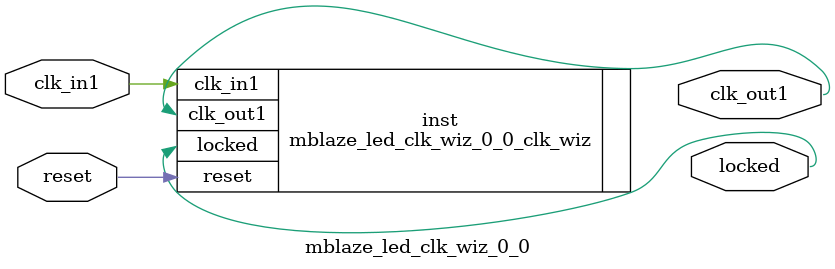
<source format=v>


`timescale 1ps/1ps

(* CORE_GENERATION_INFO = "mblaze_led_clk_wiz_0_0,clk_wiz_v6_0_4_0_0,{component_name=mblaze_led_clk_wiz_0_0,use_phase_alignment=true,use_min_o_jitter=false,use_max_i_jitter=false,use_dyn_phase_shift=false,use_inclk_switchover=false,use_dyn_reconfig=false,enable_axi=0,feedback_source=FDBK_AUTO,PRIMITIVE=MMCM,num_out_clk=1,clkin1_period=10.000,clkin2_period=10.000,use_power_down=false,use_reset=true,use_locked=true,use_inclk_stopped=false,feedback_type=SINGLE,CLOCK_MGR_TYPE=NA,manual_override=false}" *)

module mblaze_led_clk_wiz_0_0 
 (
  // Clock out ports
  output        clk_out1,
  // Status and control signals
  input         reset,
  output        locked,
 // Clock in ports
  input         clk_in1
 );

  mblaze_led_clk_wiz_0_0_clk_wiz inst
  (
  // Clock out ports  
  .clk_out1(clk_out1),
  // Status and control signals               
  .reset(reset), 
  .locked(locked),
 // Clock in ports
  .clk_in1(clk_in1)
  );

endmodule

</source>
